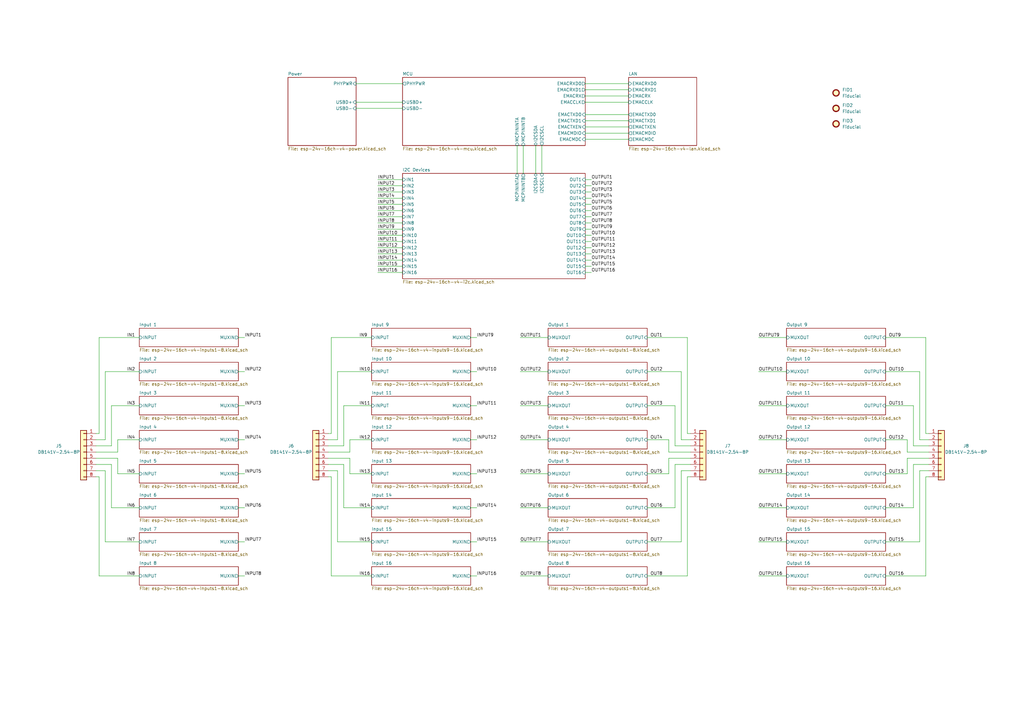
<source format=kicad_sch>
(kicad_sch (version 20250114) (generator "eeschema") (generator_version "9.0")
  (paper "A3")
  (title_block (title "ESP 24V 16xIn/16xOut/4xNTC Module") (date "2025-07-04") (rev "V4.1"))
  (lib_symbols
    (symbol "Connector_Generic:Conn_01x08" (pin_names (offset 1.016) (hide yes))
      (property "Reference" "J" (at 0 10.16 0))
      (property "Value" "Conn_01x08" (at 0 -12.7 0))
      (symbol "Conn_01x08_1_1"
        (rectangle (start -1.27 8.89) (end 1.27 -11.43) (stroke (width 0.254)) (fill (type background)))
        (rectangle (start -1.27 7.747) (end 0 7.493) (stroke (width 0.1524)))
        (rectangle (start -1.27 5.207) (end 0 4.953) (stroke (width 0.1524)))
        (rectangle (start -1.27 2.667) (end 0 2.413) (stroke (width 0.1524)))
        (rectangle (start -1.27 0.127) (end 0 -0.127) (stroke (width 0.1524)))
        (rectangle (start -1.27 -2.413) (end 0 -2.667) (stroke (width 0.1524)))
        (rectangle (start -1.27 -4.953) (end 0 -5.207) (stroke (width 0.1524)))
        (rectangle (start -1.27 -7.493) (end 0 -7.747) (stroke (width 0.1524)))
        (rectangle (start -1.27 -10.033) (end 0 -10.287) (stroke (width 0.1524)))
        (pin passive line (at -5.08 7.62 0) (length 3.81) (name "Pin_1") (number "1"))
        (pin passive line (at -5.08 5.08 0) (length 3.81) (name "Pin_2") (number "2"))
        (pin passive line (at -5.08 2.54 0) (length 3.81) (name "Pin_3") (number "3"))
        (pin passive line (at -5.08 0 0) (length 3.81) (name "Pin_4") (number "4"))
        (pin passive line (at -5.08 -2.54 0) (length 3.81) (name "Pin_5") (number "5"))
        (pin passive line (at -5.08 -5.08 0) (length 3.81) (name "Pin_6") (number "6"))
        (pin passive line (at -5.08 -7.62 0) (length 3.81) (name "Pin_7") (number "7"))
        (pin passive line (at -5.08 -10.16 0) (length 3.81) (name "Pin_8") (number "8"))
      )
    )
    (symbol "Mechanical:Fiducial" (in_bom no)
      (property "Reference" "FID" (at 0 5.08 0))
      (property "Value" "Fiducial" (at 0 3.175 0))
      (symbol "Fiducial_0_1"
        (circle (center 0 0) (radius 1.27) (stroke (width 0.508)) (fill (type background)))
      )
    )
  )
  (wire (pts (xy 154.94 111.76) (xy 165.1 111.76)))
  (wire (pts (xy 240.03 99.06) (xy 242.57 99.06)))
  (wire (pts (xy 146.05 41.91) (xy 165.1 41.91)))
  (wire (pts (xy 48.26 187.96) (xy 48.26 194.31)))
  (wire (pts (xy 240.03 106.68) (xy 242.57 106.68)))
  (wire (pts (xy 154.94 93.98) (xy 165.1 93.98)))
  (wire (pts (xy 240.03 91.44) (xy 242.57 91.44)))
  (wire (pts (xy 379.73 138.43) (xy 363.22 138.43)))
  (wire (pts (xy 240.03 46.99) (xy 257.81 46.99)))
  (wire (pts (xy 97.79 166.37) (xy 100.33 166.37)))
  (wire (pts (xy 143.51 187.96) (xy 143.51 194.31)))
  (wire (pts (xy 276.86 166.37) (xy 265.43 166.37)))
  (wire (pts (xy 381 185.42) (xy 372.11 185.42)))
  (wire (pts (xy 40.64 138.43) (xy 57.15 138.43)))
  (wire (pts (xy 379.73 236.22) (xy 363.22 236.22)))
  (wire (pts (xy 43.18 180.34) (xy 43.18 152.4)))
  (wire (pts (xy 45.72 208.28) (xy 57.15 208.28)))
  (wire (pts (xy 134.62 177.8) (xy 135.89 177.8)))
  (wire (pts (xy 138.43 180.34) (xy 138.43 152.4)))
  (wire (pts (xy 193.04 222.25) (xy 195.58 222.25)))
  (wire (pts (xy 240.03 81.28) (xy 242.57 81.28)))
  (wire (pts (xy 311.15 180.34) (xy 322.58 180.34)))
  (wire (pts (xy 274.32 180.34) (xy 265.43 180.34)))
  (wire (pts (xy 240.03 57.15) (xy 257.81 57.15)))
  (wire (pts (xy 134.62 187.96) (xy 143.51 187.96)))
  (wire (pts (xy 281.94 177.8) (xy 281.94 138.43)))
  (wire (pts (xy 140.97 208.28) (xy 152.4 208.28)))
  (wire (pts (xy 240.03 78.74) (xy 242.57 78.74)))
  (wire (pts (xy 213.36 166.37) (xy 224.79 166.37)))
  (wire (pts (xy 146.05 34.29) (xy 165.1 34.29)))
  (wire (pts (xy 154.94 101.6) (xy 165.1 101.6)))
  (wire (pts (xy 374.65 190.5) (xy 374.65 208.28)))
  (wire (pts (xy 381 177.8) (xy 379.73 177.8)))
  (wire (pts (xy 40.64 236.22) (xy 57.15 236.22)))
  (wire (pts (xy 240.03 83.82) (xy 242.57 83.82)))
  (wire (pts (xy 240.03 39.37) (xy 257.81 39.37)))
  (wire (pts (xy 311.15 236.22) (xy 322.58 236.22)))
  (wire (pts (xy 154.94 99.06) (xy 165.1 99.06)))
  (wire (pts (xy 143.51 194.31) (xy 152.4 194.31)))
  (wire (pts (xy 219.71 59.69) (xy 219.71 71.12)))
  (wire (pts (xy 213.36 222.25) (xy 224.79 222.25)))
  (wire (pts (xy 240.03 109.22) (xy 242.57 109.22)))
  (wire (pts (xy 283.21 177.8) (xy 281.94 177.8)))
  (wire (pts (xy 283.21 195.58) (xy 281.94 195.58)))
  (wire (pts (xy 276.86 182.88) (xy 276.86 166.37)))
  (wire (pts (xy 154.94 96.52) (xy 165.1 96.52)))
  (wire (pts (xy 372.11 180.34) (xy 363.22 180.34)))
  (wire (pts (xy 134.62 195.58) (xy 135.89 195.58)))
  (wire (pts (xy 134.62 193.04) (xy 138.43 193.04)))
  (wire (pts (xy 283.21 193.04) (xy 279.4 193.04)))
  (wire (pts (xy 372.11 187.96) (xy 372.11 194.31)))
  (wire (pts (xy 374.65 208.28) (xy 363.22 208.28)))
  (wire (pts (xy 283.21 182.88) (xy 276.86 182.88)))
  (wire (pts (xy 193.04 208.28) (xy 195.58 208.28)))
  (wire (pts (xy 283.21 180.34) (xy 279.4 180.34)))
  (wire (pts (xy 379.73 177.8) (xy 379.73 138.43)))
  (wire (pts (xy 39.37 195.58) (xy 40.64 195.58)))
  (wire (pts (xy 274.32 187.96) (xy 274.32 194.31)))
  (wire (pts (xy 135.89 177.8) (xy 135.89 138.43)))
  (wire (pts (xy 154.94 83.82) (xy 165.1 83.82)))
  (wire (pts (xy 240.03 36.83) (xy 257.81 36.83)))
  (wire (pts (xy 193.04 166.37) (xy 195.58 166.37)))
  (wire (pts (xy 372.11 185.42) (xy 372.11 180.34)))
  (wire (pts (xy 43.18 222.25) (xy 57.15 222.25)))
  (wire (pts (xy 381 190.5) (xy 374.65 190.5)))
  (wire (pts (xy 193.04 138.43) (xy 195.58 138.43)))
  (wire (pts (xy 274.32 194.31) (xy 265.43 194.31)))
  (wire (pts (xy 240.03 49.53) (xy 257.81 49.53)))
  (wire (pts (xy 39.37 187.96) (xy 48.26 187.96)))
  (wire (pts (xy 134.62 190.5) (xy 140.97 190.5)))
  (wire (pts (xy 97.79 236.22) (xy 100.33 236.22)))
  (wire (pts (xy 283.21 187.96) (xy 274.32 187.96)))
  (wire (pts (xy 311.15 152.4) (xy 322.58 152.4)))
  (wire (pts (xy 97.79 180.34) (xy 100.33 180.34)))
  (wire (pts (xy 97.79 194.31) (xy 100.33 194.31)))
  (wire (pts (xy 240.03 104.14) (xy 242.57 104.14)))
  (wire (pts (xy 135.89 236.22) (xy 152.4 236.22)))
  (wire (pts (xy 193.04 180.34) (xy 195.58 180.34)))
  (wire (pts (xy 154.94 109.22) (xy 165.1 109.22)))
  (wire (pts (xy 43.18 152.4) (xy 57.15 152.4)))
  (wire (pts (xy 154.94 104.14) (xy 165.1 104.14)))
  (wire (pts (xy 40.64 177.8) (xy 40.64 138.43)))
  (wire (pts (xy 372.11 194.31) (xy 363.22 194.31)))
  (wire (pts (xy 134.62 182.88) (xy 140.97 182.88)))
  (wire (pts (xy 213.36 208.28) (xy 224.79 208.28)))
  (wire (pts (xy 48.26 185.42) (xy 48.26 180.34)))
  (wire (pts (xy 281.94 236.22) (xy 265.43 236.22)))
  (wire (pts (xy 379.73 195.58) (xy 379.73 236.22)))
  (wire (pts (xy 381 182.88) (xy 374.65 182.88)))
  (wire (pts (xy 135.89 138.43) (xy 152.4 138.43)))
  (wire (pts (xy 134.62 185.42) (xy 143.51 185.42)))
  (wire (pts (xy 140.97 166.37) (xy 152.4 166.37)))
  (wire (pts (xy 381 193.04) (xy 377.19 193.04)))
  (wire (pts (xy 274.32 185.42) (xy 274.32 180.34)))
  (wire (pts (xy 140.97 182.88) (xy 140.97 166.37)))
  (wire (pts (xy 279.4 180.34) (xy 279.4 152.4)))
  (wire (pts (xy 281.94 195.58) (xy 281.94 236.22)))
  (wire (pts (xy 240.03 96.52) (xy 242.57 96.52)))
  (wire (pts (xy 48.26 194.31) (xy 57.15 194.31)))
  (wire (pts (xy 311.15 166.37) (xy 322.58 166.37)))
  (wire (pts (xy 281.94 138.43) (xy 265.43 138.43)))
  (wire (pts (xy 134.62 180.34) (xy 138.43 180.34)))
  (wire (pts (xy 276.86 208.28) (xy 265.43 208.28)))
  (wire (pts (xy 279.4 152.4) (xy 265.43 152.4)))
  (wire (pts (xy 374.65 182.88) (xy 374.65 166.37)))
  (wire (pts (xy 154.94 81.28) (xy 165.1 81.28)))
  (wire (pts (xy 39.37 182.88) (xy 45.72 182.88)))
  (wire (pts (xy 154.94 78.74) (xy 165.1 78.74)))
  (wire (pts (xy 154.94 86.36) (xy 165.1 86.36)))
  (wire (pts (xy 240.03 73.66) (xy 242.57 73.66)))
  (wire (pts (xy 213.36 152.4) (xy 224.79 152.4)))
  (wire (pts (xy 214.63 59.69) (xy 214.63 71.12)))
  (wire (pts (xy 154.94 88.9) (xy 165.1 88.9)))
  (wire (pts (xy 381 187.96) (xy 372.11 187.96)))
  (wire (pts (xy 138.43 152.4) (xy 152.4 152.4)))
  (wire (pts (xy 311.15 194.31) (xy 322.58 194.31)))
  (wire (pts (xy 381 180.34) (xy 377.19 180.34)))
  (wire (pts (xy 240.03 54.61) (xy 257.81 54.61)))
  (wire (pts (xy 39.37 180.34) (xy 43.18 180.34)))
  (wire (pts (xy 283.21 190.5) (xy 276.86 190.5)))
  (wire (pts (xy 213.36 138.43) (xy 224.79 138.43)))
  (wire (pts (xy 279.4 222.25) (xy 265.43 222.25)))
  (wire (pts (xy 154.94 73.66) (xy 165.1 73.66)))
  (wire (pts (xy 45.72 190.5) (xy 45.72 208.28)))
  (wire (pts (xy 146.05 44.45) (xy 165.1 44.45)))
  (wire (pts (xy 193.04 194.31) (xy 195.58 194.31)))
  (wire (pts (xy 212.09 59.69) (xy 212.09 71.12)))
  (wire (pts (xy 377.19 193.04) (xy 377.19 222.25)))
  (wire (pts (xy 97.79 138.43) (xy 100.33 138.43)))
  (wire (pts (xy 40.64 195.58) (xy 40.64 236.22)))
  (wire (pts (xy 45.72 166.37) (xy 57.15 166.37)))
  (wire (pts (xy 240.03 52.07) (xy 257.81 52.07)))
  (wire (pts (xy 240.03 76.2) (xy 242.57 76.2)))
  (wire (pts (xy 374.65 166.37) (xy 363.22 166.37)))
  (wire (pts (xy 154.94 106.68) (xy 165.1 106.68)))
  (wire (pts (xy 193.04 236.22) (xy 195.58 236.22)))
  (wire (pts (xy 213.36 236.22) (xy 224.79 236.22)))
  (wire (pts (xy 240.03 86.36) (xy 242.57 86.36)))
  (wire (pts (xy 311.15 138.43) (xy 322.58 138.43)))
  (wire (pts (xy 45.72 182.88) (xy 45.72 166.37)))
  (wire (pts (xy 381 195.58) (xy 379.73 195.58)))
  (wire (pts (xy 311.15 208.28) (xy 322.58 208.28)))
  (wire (pts (xy 138.43 193.04) (xy 138.43 222.25)))
  (wire (pts (xy 279.4 193.04) (xy 279.4 222.25)))
  (wire (pts (xy 213.36 180.34) (xy 224.79 180.34)))
  (wire (pts (xy 193.04 152.4) (xy 195.58 152.4)))
  (wire (pts (xy 154.94 76.2) (xy 165.1 76.2)))
  (wire (pts (xy 97.79 152.4) (xy 100.33 152.4)))
  (wire (pts (xy 377.19 180.34) (xy 377.19 152.4)))
  (wire (pts (xy 311.15 222.25) (xy 322.58 222.25)))
  (wire (pts (xy 135.89 195.58) (xy 135.89 236.22)))
  (wire (pts (xy 213.36 194.31) (xy 224.79 194.31)))
  (wire (pts (xy 39.37 193.04) (xy 43.18 193.04)))
  (wire (pts (xy 138.43 222.25) (xy 152.4 222.25)))
  (wire (pts (xy 283.21 185.42) (xy 274.32 185.42)))
  (wire (pts (xy 222.25 59.69) (xy 222.25 71.12)))
  (wire (pts (xy 39.37 190.5) (xy 45.72 190.5)))
  (wire (pts (xy 48.26 180.34) (xy 57.15 180.34)))
  (wire (pts (xy 43.18 193.04) (xy 43.18 222.25)))
  (wire (pts (xy 143.51 180.34) (xy 152.4 180.34)))
  (wire (pts (xy 240.03 111.76) (xy 242.57 111.76)))
  (wire (pts (xy 240.03 101.6) (xy 242.57 101.6)))
  (wire (pts (xy 240.03 88.9) (xy 242.57 88.9)))
  (wire (pts (xy 140.97 190.5) (xy 140.97 208.28)))
  (wire (pts (xy 154.94 91.44) (xy 165.1 91.44)))
  (wire (pts (xy 97.79 208.28) (xy 100.33 208.28)))
  (wire (pts (xy 240.03 93.98) (xy 242.57 93.98)))
  (wire (pts (xy 240.03 41.91) (xy 257.81 41.91)))
  (wire (pts (xy 39.37 177.8) (xy 40.64 177.8)))
  (wire (pts (xy 143.51 185.42) (xy 143.51 180.34)))
  (wire (pts (xy 377.19 152.4) (xy 363.22 152.4)))
  (wire (pts (xy 276.86 190.5) (xy 276.86 208.28)))
  (wire (pts (xy 240.03 34.29) (xy 257.81 34.29)))
  (wire (pts (xy 377.19 222.25) (xy 363.22 222.25)))
  (wire (pts (xy 39.37 185.42) (xy 48.26 185.42)))
  (wire (pts (xy 97.79 222.25) (xy 100.33 222.25)))
  (label "INPUT11" (at 154.94 99.06 0))
  (label "OUTPUT1" (at 213.36 138.43 0))
  (label "OUT14" (at 364.49 208.28 0))
  (label "OUT4" (at 266.7 180.34 0))
  (label "OUTPUT7" (at 242.57 88.9 0))
  (label "INPUT9" (at 154.94 93.98 0))
  (label "OUTPUT15" (at 242.57 109.22 0))
  (label "INPUT14" (at 195.58 208.28 0))
  (label "IN9" (at 147.32 138.43 0))
  (label "IN8" (at 52.07 236.22 0))
  (label "OUTPUT9" (at 311.15 138.43 0))
  (label "OUTPUT15" (at 311.15 222.25 0))
  (label "INPUT2" (at 100.33 152.4 0))
  (label "OUT12" (at 364.49 180.34 0))
  (label "INPUT1" (at 154.94 73.66 0))
  (label "INPUT13" (at 195.58 194.31 0))
  (label "INPUT1" (at 100.33 138.43 0))
  (label "INPUT4" (at 100.33 180.34 0))
  (label "OUTPUT3" (at 242.57 78.74 0))
  (label "IN3" (at 52.07 166.37 0))
  (label "INPUT9" (at 195.58 138.43 0))
  (label "OUTPUT8" (at 213.36 236.22 0))
  (label "OUTPUT5" (at 213.36 194.31 0))
  (label "OUT5" (at 266.7 194.31 0))
  (label "OUTPUT4" (at 213.36 180.34 0))
  (label "OUTPUT12" (at 242.57 101.6 0))
  (label "OUTPUT11" (at 242.57 99.06 0))
  (label "IN13" (at 147.32 194.31 0))
  (label "OUTPUT3" (at 213.36 166.37 0))
  (label "INPUT12" (at 195.58 180.34 0))
  (label "OUTPUT6" (at 213.36 208.28 0))
  (label "OUT9" (at 364.49 138.43 0))
  (label "INPUT5" (at 154.94 83.82 0))
  (label "IN14" (at 147.32 208.28 0))
  (label "IN10" (at 147.32 152.4 0))
  (label "OUT16" (at 364.49 236.22 0))
  (label "INPUT6" (at 100.33 208.28 0))
  (label "INPUT5" (at 100.33 194.31 0))
  (label "IN2" (at 52.07 152.4 0))
  (label "OUTPUT16" (at 311.15 236.22 0))
  (label "INPUT15" (at 195.58 222.25 0))
  (label "INPUT4" (at 154.94 81.28 0))
  (label "INPUT2" (at 154.94 76.2 0))
  (label "INPUT7" (at 100.33 222.25 0))
  (label "OUTPUT7" (at 213.36 222.25 0))
  (label "INPUT8" (at 100.33 236.22 0))
  (label "IN5" (at 52.07 194.31 0))
  (label "OUTPUT4" (at 242.57 81.28 0))
  (label "OUTPUT16" (at 242.57 111.76 0))
  (label "INPUT3" (at 154.94 78.74 0))
  (label "OUTPUT8" (at 242.57 91.44 0))
  (label "INPUT10" (at 154.94 96.52 0))
  (label "IN15" (at 147.32 222.25 0))
  (label "IN6" (at 52.07 208.28 0))
  (label "OUTPUT1" (at 242.57 73.66 0))
  (label "OUT10" (at 364.49 152.4 0))
  (label "INPUT11" (at 195.58 166.37 0))
  (label "OUTPUT12" (at 311.15 180.34 0))
  (label "OUTPUT10" (at 242.57 96.52 0))
  (label "OUTPUT10" (at 311.15 152.4 0))
  (label "OUT8" (at 266.7 236.22 0))
  (label "OUTPUT13" (at 242.57 104.14 0))
  (label "OUT6" (at 266.7 208.28 0))
  (label "INPUT16" (at 195.58 236.22 0))
  (label "OUT3" (at 266.7 166.37 0))
  (label "IN4" (at 52.07 180.34 0))
  (label "OUTPUT2" (at 213.36 152.4 0))
  (label "OUT13" (at 364.49 194.31 0))
  (label "IN1" (at 52.07 138.43 0))
  (label "INPUT13" (at 154.94 104.14 0))
  (label "INPUT8" (at 154.94 91.44 0))
  (label "INPUT3" (at 100.33 166.37 0))
  (label "OUT15" (at 364.49 222.25 0))
  (label "OUTPUT13" (at 311.15 194.31 0))
  (label "INPUT7" (at 154.94 88.9 0))
  (label "OUTPUT14" (at 242.57 106.68 0))
  (label "OUT2" (at 266.7 152.4 0))
  (label "OUT1" (at 266.7 138.43 0))
  (label "IN16" (at 147.32 236.22 0))
  (label "IN12" (at 147.32 180.34 0))
  (label "OUTPUT6" (at 242.57 86.36 0))
  (label "OUT7" (at 266.7 222.25 0))
  (label "INPUT10" (at 195.58 152.4 0))
  (label "OUTPUT14" (at 311.15 208.28 0))
  (label "IN11" (at 147.32 166.37 0))
  (label "OUTPUT9" (at 242.57 93.98 0))
  (label "OUT11" (at 364.49 166.37 0))
  (label "INPUT12" (at 154.94 101.6 0))
  (label "OUTPUT2" (at 242.57 76.2 0))
  (label "INPUT14" (at 154.94 106.68 0))
  (label "INPUT16" (at 154.94 111.76 0))
  (label "IN7" (at 52.07 222.25 0))
  (label "OUTPUT5" (at 242.57 83.82 0))
  (label "OUTPUT11" (at 311.15 166.37 0))
  (label "INPUT15" (at 154.94 109.22 0))
  (label "INPUT6" (at 154.94 86.36 0))
  (symbol (lib_id "Mechanical:Fiducial") (at 342.9 38.1 0) (unit 1) (in_bom no)
    (property "Reference" "FID1" (at 345.44 36.8299 0) (effects (justify left)))
    (property "Value" "Fiducial" (at 345.44 39.3699 0) (effects (justify left)))
    (property "Footprint" "Fiducial:Fiducial_1mm_Mask2mm" (effects (hide yes)))
    (property "Description" "Fiducial Marker" (effects (hide yes)))
  )
  (symbol (lib_id "Mechanical:Fiducial") (at 342.9 44.45 0) (unit 1) (in_bom no)
    (property "Reference" "FID2" (at 345.44 43.1799 0) (effects (justify left)))
    (property "Value" "Fiducial" (at 345.44 45.7199 0) (effects (justify left)))
    (property "Footprint" "Fiducial:Fiducial_1mm_Mask2mm" (effects (hide yes)))
    (property "Description" "Fiducial Marker" (effects (hide yes)))
  )
  (symbol (lib_id "Connector_Generic:Conn_01x08") (at 386.08 185.42 0) (unit 1)
    (property "Reference" "J8" (at 396.24 182.88 0))
    (property "Value" "DB141V-2.54-8P" (at 396.24 185.42 0))
    (property "Footprint" "Tales:TerminalBlock_Dibo_DB141V-2.54-8P_1x08_P2.54mm_Vertical" (effects (hide yes)))
    (property "Description" "Generic connector, single row, 01x08, script generated (kicad-library-utils/schlib/autogen/connector/)" (effects (hide yes)))
    (property "JLCPCB BOM" "1" (effects (hide yes)))
    (property "LCSC Part #" "C2898750" (effects (hide yes)))
    (property "Mfr" "DIBO" (effects (hide yes)))
    (property "Mfr PN" "DB141V-2.54-8P" (effects (hide yes)))
    (property "Vendor" "JLCPCB" (effects (hide yes)))
    (property "Vendor PN" "C2898750" (effects (hide yes)))
  )
  (symbol (lib_id "Connector_Generic:Conn_01x08") (at 288.29 185.42 0) (unit 1)
    (property "Reference" "J7" (at 298.45 182.88 0))
    (property "Value" "DB141V-2.54-8P" (at 298.45 185.42 0))
    (property "Footprint" "Tales:TerminalBlock_Dibo_DB141V-2.54-8P_1x08_P2.54mm_Vertical" (effects (hide yes)))
    (property "Description" "Generic connector, single row, 01x08, script generated (kicad-library-utils/schlib/autogen/connector/)" (effects (hide yes)))
    (property "JLCPCB BOM" "1" (effects (hide yes)))
    (property "LCSC Part #" "C2898750" (effects (hide yes)))
    (property "Mfr" "DIBO" (effects (hide yes)))
    (property "Mfr PN" "DB141V-2.54-8P" (effects (hide yes)))
    (property "Vendor" "JLCPCB" (effects (hide yes)))
    (property "Vendor PN" "C2898750" (effects (hide yes)))
  )
  (symbol (lib_id "Connector_Generic:Conn_01x08") (at 129.54 185.42 0) (mirror y) (unit 1)
    (property "Reference" "J6" (at 119.38 182.88 0))
    (property "Value" "DB141V-2.54-8P" (at 119.38 185.42 0))
    (property "Footprint" "Tales:TerminalBlock_Dibo_DB141V-2.54-8P_1x08_P2.54mm_Vertical" (effects (hide yes)))
    (property "Description" "Generic connector, single row, 01x08, script generated (kicad-library-utils/schlib/autogen/connector/)" (effects (hide yes)))
    (property "JLCPCB BOM" "1" (effects (hide yes)))
    (property "LCSC Part #" "C2898750" (effects (hide yes)))
    (property "Mfr" "DIBO" (effects (hide yes)))
    (property "Mfr PN" "DB141V-2.54-8P" (effects (hide yes)))
    (property "Vendor" "JLCPCB" (effects (hide yes)))
    (property "Vendor PN" "C2898750" (effects (hide yes)))
  )
  (symbol (lib_id "Mechanical:Fiducial") (at 342.9 50.8 0) (unit 1) (in_bom no)
    (property "Reference" "FID3" (at 345.44 49.5299 0) (effects (justify left)))
    (property "Value" "Fiducial" (at 345.44 52.0699 0) (effects (justify left)))
    (property "Footprint" "Fiducial:Fiducial_1mm_Mask2mm" (effects (hide yes)))
    (property "Description" "Fiducial Marker" (effects (hide yes)))
  )
  (symbol (lib_id "Connector_Generic:Conn_01x08") (at 34.29 185.42 0) (mirror y) (unit 1)
    (property "Reference" "J5" (at 24.13 182.88 0))
    (property "Value" "DB141V-2.54-8P" (at 24.13 185.42 0))
    (property "Footprint" "Tales:TerminalBlock_Dibo_DB141V-2.54-8P_1x08_P2.54mm_Vertical" (effects (hide yes)))
    (property "Description" "Generic connector, single row, 01x08, script generated (kicad-library-utils/schlib/autogen/connector/)" (effects (hide yes)))
    (property "JLCPCB BOM" "1" (effects (hide yes)))
    (property "LCSC Part #" "C2898750" (effects (hide yes)))
    (property "Mfr" "DIBO" (effects (hide yes)))
    (property "Mfr PN" "DB141V-2.54-8P" (effects (hide yes)))
    (property "Vendor" "JLCPCB" (effects (hide yes)))
    (property "Vendor PN" "C2898750" (effects (hide yes)))
  )
  (sheet (at 224.79 204.47) (size 40.64 7.62) (stroke (width 0.1524))
    (property "Sheetname" "Output 6" (at 224.79 203.7584 0) (effects (justify left bottom)))
    (property "Sheetfile" "esp-24v-16ch-v4-outputs1-8.kicad_sch" (at 224.79 212.6746 0) (effects (justify left top)))
    (pin "MUXOUT" input (at 224.79 208.28 180))
    (pin "OUTPUT" input (at 265.43 208.28 0))
  )
  (sheet (at 322.58 148.59) (size 40.64 7.62) (stroke (width 0.1524))
    (property "Sheetname" "Output 10" (at 322.58 147.8784 0) (effects (justify left bottom)))
    (property "Sheetfile" "esp-24v-16ch-v4-outputs9-16.kicad_sch" (at 322.58 156.7946 0) (effects (justify left top)))
    (pin "MUXOUT" input (at 322.58 152.4 180))
    (pin "OUTPUT" input (at 363.22 152.4 0))
  )
  (sheet (at 57.15 232.41) (size 40.64 7.62) (stroke (width 0.1524))
    (property "Sheetname" "Input 8" (at 57.15 231.6984 0) (effects (justify left bottom)))
    (property "Sheetfile" "esp-24v-16ch-v4-inputs1-8.kicad_sch" (at 57.15 240.6146 0) (effects (justify left top)))
    (pin "INPUT" input (at 57.15 236.22 180))
    (pin "MUXIN" output (at 97.79 236.22 0))
  )
  (sheet (at 322.58 232.41) (size 40.64 7.62) (stroke (width 0.1524))
    (property "Sheetname" "Output 16" (at 322.58 231.6984 0) (effects (justify left bottom)))
    (property "Sheetfile" "esp-24v-16ch-v4-outputs9-16.kicad_sch" (at 322.58 240.6146 0) (effects (justify left top)))
    (pin "MUXOUT" input (at 322.58 236.22 180))
    (pin "OUTPUT" input (at 363.22 236.22 0))
  )
  (sheet (at 322.58 162.56) (size 40.64 7.62) (stroke (width 0.1524))
    (property "Sheetname" "Output 11" (at 322.58 161.8484 0) (effects (justify left bottom)))
    (property "Sheetfile" "esp-24v-16ch-v4-outputs9-16.kicad_sch" (at 322.58 170.7646 0) (effects (justify left top)))
    (pin "MUXOUT" input (at 322.58 166.37 180))
    (pin "OUTPUT" input (at 363.22 166.37 0))
  )
  (sheet (at 57.15 176.53) (size 40.64 7.62) (stroke (width 0.1524))
    (property "Sheetname" "Input 4" (at 57.15 175.8184 0) (effects (justify left bottom)))
    (property "Sheetfile" "esp-24v-16ch-v4-inputs1-8.kicad_sch" (at 57.15 184.7346 0) (effects (justify left top)))
    (pin "INPUT" input (at 57.15 180.34 180))
    (pin "MUXIN" output (at 97.79 180.34 0))
  )
  (sheet (at 152.4 162.56) (size 40.64 7.62) (stroke (width 0.1524))
    (property "Sheetname" "Input 11" (at 152.4 161.8484 0) (effects (justify left bottom)))
    (property "Sheetfile" "esp-24v-16ch-v4-inputs9-16.kicad_sch" (at 152.4 170.7646 0) (effects (justify left top)))
    (pin "INPUT" input (at 152.4 166.37 180))
    (pin "MUXIN" output (at 193.04 166.37 0))
  )
  (sheet (at 224.79 162.56) (size 40.64 7.62) (stroke (width 0.1524))
    (property "Sheetname" "Output 3" (at 224.79 161.8484 0) (effects (justify left bottom)))
    (property "Sheetfile" "esp-24v-16ch-v4-outputs1-8.kicad_sch" (at 224.79 170.7646 0) (effects (justify left top)))
    (pin "MUXOUT" input (at 224.79 166.37 180))
    (pin "OUTPUT" input (at 265.43 166.37 0))
  )
  (sheet (at 57.15 190.5) (size 40.64 7.62) (stroke (width 0.1524))
    (property "Sheetname" "Input 5" (at 57.15 189.7884 0) (effects (justify left bottom)))
    (property "Sheetfile" "esp-24v-16ch-v4-inputs1-8.kicad_sch" (at 57.15 198.7046 0) (effects (justify left top)))
    (pin "INPUT" input (at 57.15 194.31 180))
    (pin "MUXIN" output (at 97.79 194.31 0))
  )
  (sheet (at 224.79 176.53) (size 40.64 7.62) (stroke (width 0.1524))
    (property "Sheetname" "Output 4" (at 224.79 175.8184 0) (effects (justify left bottom)))
    (property "Sheetfile" "esp-24v-16ch-v4-outputs1-8.kicad_sch" (at 224.79 184.7346 0) (effects (justify left top)))
    (pin "MUXOUT" input (at 224.79 180.34 180))
    (pin "OUTPUT" input (at 265.43 180.34 0))
  )
  (sheet (at 57.15 204.47) (size 40.64 7.62) (stroke (width 0.1524))
    (property "Sheetname" "Input 6" (at 57.15 203.7584 0) (effects (justify left bottom)))
    (property "Sheetfile" "esp-24v-16ch-v4-inputs1-8.kicad_sch" (at 57.15 212.6746 0) (effects (justify left top)))
    (pin "INPUT" input (at 57.15 208.28 180))
    (pin "MUXIN" output (at 97.79 208.28 0))
  )
  (sheet (at 322.58 134.62) (size 40.64 7.62) (stroke (width 0.1524))
    (property "Sheetname" "Output 9" (at 322.58 133.9084 0) (effects (justify left bottom)))
    (property "Sheetfile" "esp-24v-16ch-v4-outputs9-16.kicad_sch" (at 322.58 142.8246 0) (effects (justify left top)))
    (pin "MUXOUT" input (at 322.58 138.43 180))
    (pin "OUTPUT" input (at 363.22 138.43 0))
  )
  (sheet (at 152.4 134.62) (size 40.64 7.62) (stroke (width 0.1524))
    (property "Sheetname" "Input 9" (at 152.4 133.9084 0) (effects (justify left bottom)))
    (property "Sheetfile" "esp-24v-16ch-v4-inputs9-16.kicad_sch" (at 152.4 142.8246 0) (effects (justify left top)))
    (pin "INPUT" input (at 152.4 138.43 180))
    (pin "MUXIN" output (at 193.04 138.43 0))
  )
  (sheet (at 322.58 176.53) (size 40.64 7.62) (stroke (width 0.1524))
    (property "Sheetname" "Output 12" (at 322.58 175.8184 0) (effects (justify left bottom)))
    (property "Sheetfile" "esp-24v-16ch-v4-outputs9-16.kicad_sch" (at 322.58 184.7346 0) (effects (justify left top)))
    (pin "MUXOUT" input (at 322.58 180.34 180))
    (pin "OUTPUT" input (at 363.22 180.34 0))
  )
  (sheet (at 118.11 31.75) (size 27.94 27.94) (stroke (width 0.1524))
    (property "Sheetname" "Power" (at 118.11 31.0384 0) (effects (justify left bottom)))
    (property "Sheetfile" "esp-24v-16ch-v4-power.kicad_sch" (at 118.11 60.2746 0) (effects (justify left top)))
    (pin "PHYPWR" input (at 146.05 34.29 0))
    (pin "USBD+" input (at 146.05 41.91 0))
    (pin "USBD-" input (at 146.05 44.45 0))
  )
  (sheet (at 322.58 218.44) (size 40.64 7.62) (stroke (width 0.1524))
    (property "Sheetname" "Output 15" (at 322.58 217.7284 0) (effects (justify left bottom)))
    (property "Sheetfile" "esp-24v-16ch-v4-outputs9-16.kicad_sch" (at 322.58 226.6446 0) (effects (justify left top)))
    (pin "MUXOUT" input (at 322.58 222.25 180))
    (pin "OUTPUT" input (at 363.22 222.25 0))
  )
  (sheet (at 224.79 148.59) (size 40.64 7.62) (stroke (width 0.1524))
    (property "Sheetname" "Output 2" (at 224.79 147.8784 0) (effects (justify left bottom)))
    (property "Sheetfile" "esp-24v-16ch-v4-outputs1-8.kicad_sch" (at 224.79 156.7946 0) (effects (justify left top)))
    (pin "MUXOUT" input (at 224.79 152.4 180))
    (pin "OUTPUT" input (at 265.43 152.4 0))
  )
  (sheet (at 152.4 148.59) (size 40.64 7.62) (stroke (width 0.1524))
    (property "Sheetname" "Input 10" (at 152.4 147.8784 0) (effects (justify left bottom)))
    (property "Sheetfile" "esp-24v-16ch-v4-inputs9-16.kicad_sch" (at 152.4 156.7946 0) (effects (justify left top)))
    (pin "INPUT" input (at 152.4 152.4 180))
    (pin "MUXIN" output (at 193.04 152.4 0))
  )
  (sheet (at 152.4 190.5) (size 40.64 7.62) (stroke (width 0.1524))
    (property "Sheetname" "Input 13" (at 152.4 189.7884 0) (effects (justify left bottom)))
    (property "Sheetfile" "esp-24v-16ch-v4-inputs9-16.kicad_sch" (at 152.4 198.7046 0) (effects (justify left top)))
    (pin "INPUT" input (at 152.4 194.31 180))
    (pin "MUXIN" output (at 193.04 194.31 0))
  )
  (sheet (at 165.1 71.12) (size 74.93 43.18) (stroke (width 0.1524))
    (property "Sheetname" "I2C Devices" (at 165.1 70.4084 0) (effects (justify left bottom)))
    (property "Sheetfile" "esp-24v-16ch-v4-i2c.kicad_sch" (at 165.1 114.8846 0) (effects (justify left top)))
    (pin "IN8" input (at 165.1 91.44 180))
    (pin "IN6" input (at 165.1 86.36 180))
    (pin "IN5" input (at 165.1 83.82 180))
    (pin "IN7" input (at 165.1 88.9 180))
    (pin "IN4" input (at 165.1 81.28 180))
    (pin "IN2" input (at 165.1 76.2 180))
    (pin "IN3" input (at 165.1 78.74 180))
    (pin "IN1" input (at 165.1 73.66 180))
    (pin "OUT14" input (at 240.03 106.68 0))
    (pin "OUT16" input (at 240.03 111.76 0))
    (pin "OUT15" input (at 240.03 109.22 0))
    (pin "OUT13" input (at 240.03 104.14 0))
    (pin "OUT9" input (at 240.03 93.98 0))
    (pin "OUT10" input (at 240.03 96.52 0))
    (pin "OUT11" input (at 240.03 99.06 0))
    (pin "OUT12" input (at 240.03 101.6 0))
    (pin "IN15" input (at 165.1 109.22 180))
    (pin "IN16" input (at 165.1 111.76 180))
    (pin "IN9" input (at 165.1 93.98 180))
    (pin "IN11" input (at 165.1 99.06 180))
    (pin "IN10" input (at 165.1 96.52 180))
    (pin "IN12" input (at 165.1 101.6 180))
    (pin "IN14" input (at 165.1 106.68 180))
    (pin "IN13" input (at 165.1 104.14 180))
    (pin "OUT4" input (at 240.03 81.28 0))
    (pin "OUT3" input (at 240.03 78.74 0))
    (pin "OUT5" input (at 240.03 83.82 0))
    (pin "OUT7" input (at 240.03 88.9 0))
    (pin "OUT6" input (at 240.03 86.36 0))
    (pin "OUT8" input (at 240.03 91.44 0))
    (pin "OUT2" input (at 240.03 76.2 0))
    (pin "OUT1" input (at 240.03 73.66 0))
    (pin "I2CSDA" bidirectional (at 219.71 71.12 90))
    (pin "I2CSCL" input (at 222.25 71.12 90))
    (pin "MCPININTB" output (at 214.63 71.12 90))
    (pin "MCPININTA" output (at 212.09 71.12 90))
  )
  (sheet (at 224.79 190.5) (size 40.64 7.62) (stroke (width 0.1524))
    (property "Sheetname" "Output 5" (at 224.79 189.7884 0) (effects (justify left bottom)))
    (property "Sheetfile" "esp-24v-16ch-v4-outputs1-8.kicad_sch" (at 224.79 198.7046 0) (effects (justify left top)))
    (pin "MUXOUT" input (at 224.79 194.31 180))
    (pin "OUTPUT" input (at 265.43 194.31 0))
  )
  (sheet (at 224.79 218.44) (size 40.64 7.62) (stroke (width 0.1524))
    (property "Sheetname" "Output 7" (at 224.79 217.7284 0) (effects (justify left bottom)))
    (property "Sheetfile" "esp-24v-16ch-v4-outputs1-8.kicad_sch" (at 224.79 226.6446 0) (effects (justify left top)))
    (pin "MUXOUT" input (at 224.79 222.25 180))
    (pin "OUTPUT" input (at 265.43 222.25 0))
  )
  (sheet (at 152.4 204.47) (size 40.64 7.62) (stroke (width 0.1524))
    (property "Sheetname" "Input 14" (at 152.4 203.7584 0) (effects (justify left bottom)))
    (property "Sheetfile" "esp-24v-16ch-v4-inputs9-16.kicad_sch" (at 152.4 212.6746 0) (effects (justify left top)))
    (pin "INPUT" input (at 152.4 208.28 180))
    (pin "MUXIN" output (at 193.04 208.28 0))
  )
  (sheet (at 57.15 148.59) (size 40.64 7.62) (stroke (width 0.1524))
    (property "Sheetname" "Input 2" (at 57.15 147.8784 0) (effects (justify left bottom)))
    (property "Sheetfile" "esp-24v-16ch-v4-inputs1-8.kicad_sch" (at 57.15 156.7946 0) (effects (justify left top)))
    (pin "INPUT" input (at 57.15 152.4 180))
    (pin "MUXIN" output (at 97.79 152.4 0))
  )
  (sheet (at 152.4 232.41) (size 40.64 7.62) (stroke (width 0.1524))
    (property "Sheetname" "Input 16" (at 152.4 231.6984 0) (effects (justify left bottom)))
    (property "Sheetfile" "esp-24v-16ch-v4-inputs9-16.kicad_sch" (at 152.4 240.6146 0) (effects (justify left top)))
    (pin "INPUT" input (at 152.4 236.22 180))
    (pin "MUXIN" output (at 193.04 236.22 0))
  )
  (sheet (at 257.81 31.75) (size 27.94 27.94) (stroke (width 0.1524))
    (property "Sheetname" "LAN" (at 257.81 31.0384 0) (effects (justify left bottom)))
    (property "Sheetfile" "esp-24v-16ch-v4-lan.kicad_sch" (at 257.81 60.2746 0) (effects (justify left top)))
    (pin "EMACRX" input (at 257.81 39.37 180))
    (pin "EMACMDIO" output (at 257.81 54.61 180))
    (pin "EMACTXD0" output (at 257.81 46.99 180))
    (pin "EMACTXD1" output (at 257.81 49.53 180))
    (pin "EMACTXEN" output (at 257.81 52.07 180))
    (pin "EMACRXD1" input (at 257.81 36.83 180))
    (pin "EMACRXD0" input (at 257.81 34.29 180))
    (pin "EMACMDC" output (at 257.81 57.15 180))
    (pin "EMACCLK" input (at 257.81 41.91 180))
  )
  (sheet (at 152.4 176.53) (size 40.64 7.62) (stroke (width 0.1524))
    (property "Sheetname" "Input 12" (at 152.4 175.8184 0) (effects (justify left bottom)))
    (property "Sheetfile" "esp-24v-16ch-v4-inputs9-16.kicad_sch" (at 152.4 184.7346 0) (effects (justify left top)))
    (pin "INPUT" input (at 152.4 180.34 180))
    (pin "MUXIN" output (at 193.04 180.34 0))
  )
  (sheet (at 322.58 190.5) (size 40.64 7.62) (stroke (width 0.1524))
    (property "Sheetname" "Output 13" (at 322.58 189.7884 0) (effects (justify left bottom)))
    (property "Sheetfile" "esp-24v-16ch-v4-outputs9-16.kicad_sch" (at 322.58 198.7046 0) (effects (justify left top)))
    (pin "MUXOUT" input (at 322.58 194.31 180))
    (pin "OUTPUT" input (at 363.22 194.31 0))
  )
  (sheet (at 152.4 218.44) (size 40.64 7.62) (stroke (width 0.1524))
    (property "Sheetname" "Input 15" (at 152.4 217.7284 0) (effects (justify left bottom)))
    (property "Sheetfile" "esp-24v-16ch-v4-inputs9-16.kicad_sch" (at 152.4 226.6446 0) (effects (justify left top)))
    (pin "INPUT" input (at 152.4 222.25 180))
    (pin "MUXIN" output (at 193.04 222.25 0))
  )
  (sheet (at 322.58 204.47) (size 40.64 7.62) (stroke (width 0.1524))
    (property "Sheetname" "Output 14" (at 322.58 203.7584 0) (effects (justify left bottom)))
    (property "Sheetfile" "esp-24v-16ch-v4-outputs9-16.kicad_sch" (at 322.58 212.6746 0) (effects (justify left top)))
    (pin "MUXOUT" input (at 322.58 208.28 180))
    (pin "OUTPUT" input (at 363.22 208.28 0))
  )
  (sheet (at 57.15 218.44) (size 40.64 7.62) (stroke (width 0.1524))
    (property "Sheetname" "Input 7" (at 57.15 217.7284 0) (effects (justify left bottom)))
    (property "Sheetfile" "esp-24v-16ch-v4-inputs1-8.kicad_sch" (at 57.15 226.6446 0) (effects (justify left top)))
    (pin "INPUT" input (at 57.15 222.25 180))
    (pin "MUXIN" output (at 97.79 222.25 0))
  )
  (sheet (at 224.79 232.41) (size 40.64 7.62) (stroke (width 0.1524))
    (property "Sheetname" "Output 8" (at 224.79 231.6984 0) (effects (justify left bottom)))
    (property "Sheetfile" "esp-24v-16ch-v4-outputs1-8.kicad_sch" (at 224.79 240.6146 0) (effects (justify left top)))
    (pin "MUXOUT" input (at 224.79 236.22 180))
    (pin "OUTPUT" input (at 265.43 236.22 0))
  )
  (sheet (at 57.15 134.62) (size 40.64 7.62) (stroke (width 0.1524))
    (property "Sheetname" "Input 1" (at 57.15 133.9084 0) (effects (justify left bottom)))
    (property "Sheetfile" "esp-24v-16ch-v4-inputs1-8.kicad_sch" (at 57.15 142.8246 0) (effects (justify left top)))
    (pin "INPUT" input (at 57.15 138.43 180))
    (pin "MUXIN" output (at 97.79 138.43 0))
  )
  (sheet (at 165.1 31.75) (size 74.93 27.94) (stroke (width 0.1524))
    (property "Sheetname" "MCU" (at 165.1 31.0384 0) (effects (justify left bottom)))
    (property "Sheetfile" "esp-24v-16ch-v4-mcu.kicad_sch" (at 165.1 60.2746 0) (effects (justify left top)))
    (pin "PHYPWR" output (at 165.1 34.29 180))
    (pin "EMACMDIO" input (at 240.03 54.61 0))
    (pin "EMACTXD0" input (at 240.03 46.99 0))
    (pin "EMACCLK" output (at 240.03 41.91 0))
    (pin "EMACMDC" input (at 240.03 57.15 0))
    (pin "EMACRXD0" output (at 240.03 34.29 0))
    (pin "EMACTXEN" input (at 240.03 52.07 0))
    (pin "EMACTXD1" input (at 240.03 49.53 0))
    (pin "EMACRXD1" output (at 240.03 36.83 0))
    (pin "EMACRX" output (at 240.03 39.37 0))
    (pin "I2CSDA" bidirectional (at 219.71 59.69 270))
    (pin "I2CSCL" output (at 222.25 59.69 270))
    (pin "MCPININTA" input (at 212.09 59.69 270))
    (pin "MCPININTB" input (at 214.63 59.69 270))
    (pin "USBD+" input (at 165.1 41.91 180))
    (pin "USBD-" input (at 165.1 44.45 180))
  )
  (sheet (at 57.15 162.56) (size 40.64 7.62) (stroke (width 0.1524))
    (property "Sheetname" "Input 3" (at 57.15 161.8484 0) (effects (justify left bottom)))
    (property "Sheetfile" "esp-24v-16ch-v4-inputs1-8.kicad_sch" (at 57.15 170.7646 0) (effects (justify left top)))
    (pin "INPUT" input (at 57.15 166.37 180))
    (pin "MUXIN" output (at 97.79 166.37 0))
  )
  (sheet (at 224.79 134.62) (size 40.64 7.62) (stroke (width 0.1524))
    (property "Sheetname" "Output 1" (at 224.79 133.9084 0) (effects (justify left bottom)))
    (property "Sheetfile" "esp-24v-16ch-v4-outputs1-8.kicad_sch" (at 224.79 142.8246 0) (effects (justify left top)))
    (pin "MUXOUT" input (at 224.79 138.43 180))
    (pin "OUTPUT" input (at 265.43 138.43 0))
  )
)
</source>
